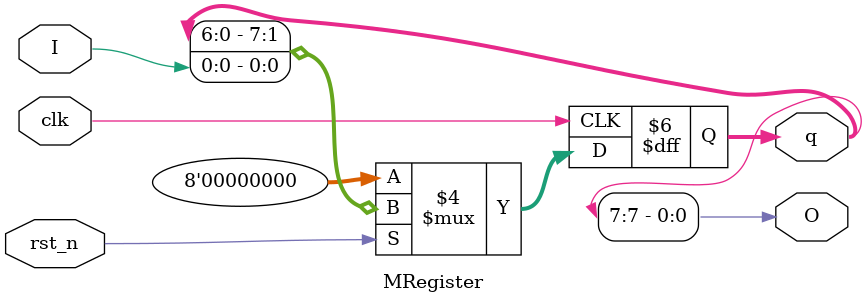
<source format=v>
module JK (
    input clk,//时钟,下降沿触发
    input j,k,
    input async_s,async_r,//异步置位,async_s优先
    output reg q,
    output nq
);
    assign nq = ~q;
    always @(negedge clk or posedge async_s or posedge async_r) begin
        if(async_s)q<=1;
        else if(async_r)q<=0;
        else q <= (j&~q) | (~k&q);
    end
endmodule

module MRegister (
    input clk,rst_n,//时钟重置,上升沿触发
    input I,//串行输入
    output reg [7:0] q,//并行输出
    output O//串行输出
);
    assign O = q[7];
    always @(posedge clk) begin
        if (!rst_n) q <= {8{1'b0}};
        else begin
            q <= {q[6:0],I};
        end
    end
endmodule
</source>
